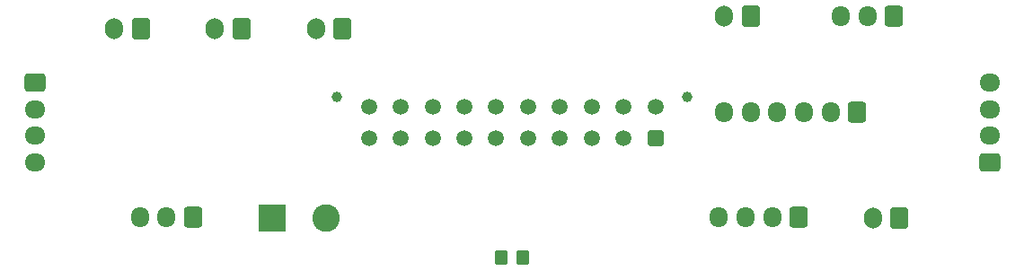
<source format=gbr>
%TF.GenerationSoftware,KiCad,Pcbnew,(6.0.1)*%
%TF.CreationDate,2022-01-25T20:37:15+01:00*%
%TF.ProjectId,V0-UmbilicalBoard,56302d55-6d62-4696-9c69-63616c426f61,rev?*%
%TF.SameCoordinates,Original*%
%TF.FileFunction,Soldermask,Top*%
%TF.FilePolarity,Negative*%
%FSLAX46Y46*%
G04 Gerber Fmt 4.6, Leading zero omitted, Abs format (unit mm)*
G04 Created by KiCad (PCBNEW (6.0.1)) date 2022-01-25 20:37:15*
%MOMM*%
%LPD*%
G01*
G04 APERTURE LIST*
G04 Aperture macros list*
%AMRoundRect*
0 Rectangle with rounded corners*
0 $1 Rounding radius*
0 $2 $3 $4 $5 $6 $7 $8 $9 X,Y pos of 4 corners*
0 Add a 4 corners polygon primitive as box body*
4,1,4,$2,$3,$4,$5,$6,$7,$8,$9,$2,$3,0*
0 Add four circle primitives for the rounded corners*
1,1,$1+$1,$2,$3*
1,1,$1+$1,$4,$5*
1,1,$1+$1,$6,$7*
1,1,$1+$1,$8,$9*
0 Add four rect primitives between the rounded corners*
20,1,$1+$1,$2,$3,$4,$5,0*
20,1,$1+$1,$4,$5,$6,$7,0*
20,1,$1+$1,$6,$7,$8,$9,0*
20,1,$1+$1,$8,$9,$2,$3,0*%
G04 Aperture macros list end*
%ADD10C,1.000000*%
%ADD11RoundRect,0.250001X0.499999X0.499999X-0.499999X0.499999X-0.499999X-0.499999X0.499999X-0.499999X0*%
%ADD12C,1.500000*%
%ADD13RoundRect,0.249999X-0.350001X-0.450001X0.350001X-0.450001X0.350001X0.450001X-0.350001X0.450001X0*%
%ADD14RoundRect,0.250000X0.600000X0.750000X-0.600000X0.750000X-0.600000X-0.750000X0.600000X-0.750000X0*%
%ADD15O,1.700000X2.000000*%
%ADD16RoundRect,0.250000X0.600000X0.725000X-0.600000X0.725000X-0.600000X-0.725000X0.600000X-0.725000X0*%
%ADD17O,1.700000X1.950000*%
%ADD18R,2.600000X2.600000*%
%ADD19C,2.600000*%
%ADD20RoundRect,0.250000X0.725000X-0.600000X0.725000X0.600000X-0.725000X0.600000X-0.725000X-0.600000X0*%
%ADD21O,1.950000X1.700000*%
%ADD22RoundRect,0.250000X-0.725000X0.600000X-0.725000X-0.600000X0.725000X-0.600000X0.725000X0.600000X0*%
G04 APERTURE END LIST*
D10*
%TO.C,J1*%
X116500000Y-97560000D03*
X83500000Y-97560000D03*
D11*
X113500000Y-101500000D03*
D12*
X110500000Y-101500000D03*
X107500000Y-101500000D03*
X104500000Y-101500000D03*
X101500000Y-101500000D03*
X98500000Y-101500000D03*
X95500000Y-101500000D03*
X92500000Y-101500000D03*
X89500000Y-101500000D03*
X86500000Y-101500000D03*
X113500000Y-98500000D03*
X110500000Y-98500000D03*
X107500000Y-98500000D03*
X104500000Y-98500000D03*
X101500000Y-98500000D03*
X98500000Y-98500000D03*
X95500000Y-98500000D03*
X92500000Y-98500000D03*
X89500000Y-98500000D03*
X86500000Y-98500000D03*
%TD*%
D13*
%TO.C,TH1*%
X99000000Y-112700000D03*
X101000000Y-112700000D03*
%TD*%
D14*
%TO.C,J3*%
X74500000Y-91110000D03*
D15*
X72000000Y-91110000D03*
%TD*%
D14*
%TO.C,J4*%
X84000000Y-91110000D03*
D15*
X81500000Y-91110000D03*
%TD*%
D14*
%TO.C,J6*%
X65000000Y-91110000D03*
D15*
X62500000Y-91110000D03*
%TD*%
D14*
%TO.C,J7*%
X122500000Y-90000000D03*
D15*
X120000000Y-90000000D03*
%TD*%
D14*
%TO.C,J8*%
X136500000Y-109000000D03*
D15*
X134000000Y-109000000D03*
%TD*%
D16*
%TO.C,J2*%
X127000000Y-108890000D03*
D17*
X124500000Y-108890000D03*
X122000000Y-108890000D03*
X119500000Y-108890000D03*
%TD*%
D18*
%TO.C,J5*%
X77420000Y-109000000D03*
D19*
X82500000Y-109000000D03*
%TD*%
D16*
%TO.C,J9*%
X136000000Y-90000000D03*
D17*
X133500000Y-90000000D03*
X131000000Y-90000000D03*
%TD*%
D20*
%TO.C,J10*%
X145000000Y-103750000D03*
D21*
X145000000Y-101250000D03*
X145000000Y-98750000D03*
X145000000Y-96250000D03*
%TD*%
D22*
%TO.C,J11*%
X55000000Y-96250000D03*
D21*
X55000000Y-98750000D03*
X55000000Y-101250000D03*
X55000000Y-103750000D03*
%TD*%
D16*
%TO.C,J12*%
X69928000Y-108890000D03*
D17*
X67428000Y-108890000D03*
X64928000Y-108890000D03*
%TD*%
D16*
%TO.C,J13*%
X132500000Y-99000000D03*
D17*
X130000000Y-99000000D03*
X127500000Y-99000000D03*
X125000000Y-99000000D03*
X122500000Y-99000000D03*
X120000000Y-99000000D03*
%TD*%
M02*

</source>
